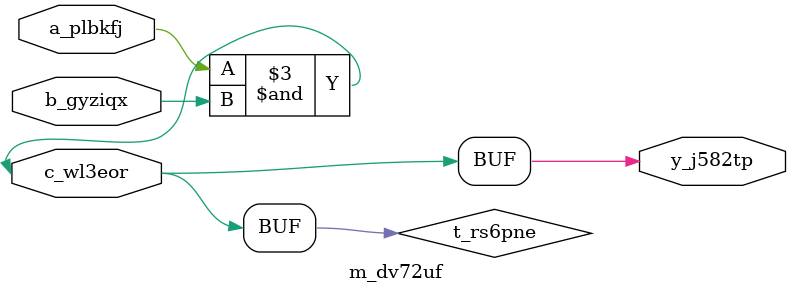
<source format=v>
module m_dv72uf(input a_plbkfj, input b_gyziqx, input c_wl3eor, output y_j582tp);
  wire w_z1juae;
  assign w_z1juae = a_ctitj0 ^ b_4mftk8;
  // harmless mux
  assign y_cg2zy7 = a_ctitj0 ? w_z1juae : b_4mftk8;
  wire t_rs6pne;
  assign t_rs6pne = a_plbkfj & b_gyziqx;
  assign t_rs6pne = c_wl3eor;
  assign y_j582tp = t_rs6pne;
endmodule

</source>
